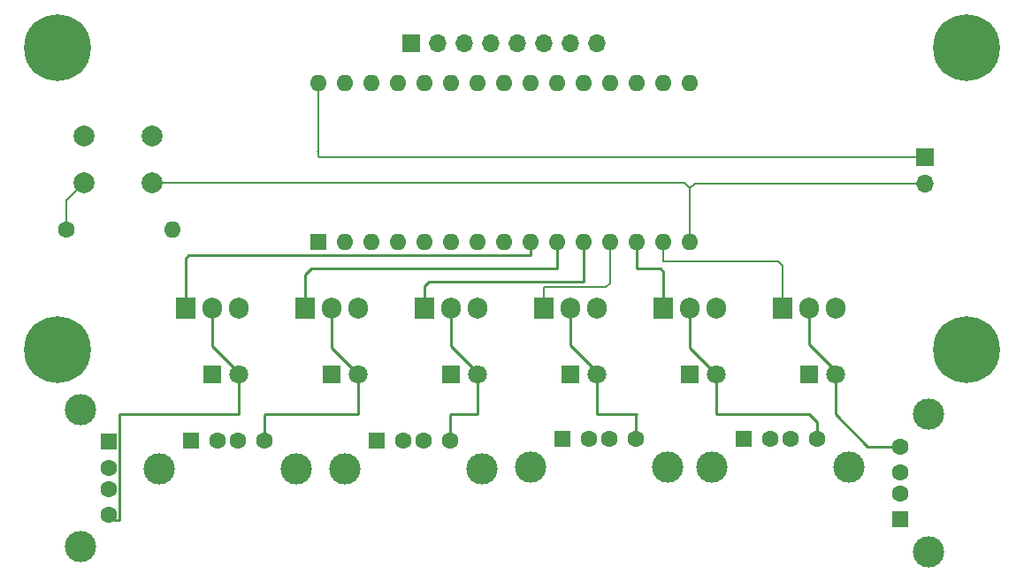
<source format=gbr>
%TF.GenerationSoftware,KiCad,Pcbnew,9.0.0*%
%TF.CreationDate,2025-03-22T13:55:08+10:00*%
%TF.ProjectId,ngmarquee.kicad_pcb_to220_usb_switch_1.01_m3,6e676d61-7271-4756-9565-2e6b69636164,rev?*%
%TF.SameCoordinates,Original*%
%TF.FileFunction,Copper,L1,Top*%
%TF.FilePolarity,Positive*%
%FSLAX46Y46*%
G04 Gerber Fmt 4.6, Leading zero omitted, Abs format (unit mm)*
G04 Created by KiCad (PCBNEW 9.0.0) date 2025-03-22 13:55:08*
%MOMM*%
%LPD*%
G01*
G04 APERTURE LIST*
%TA.AperFunction,ComponentPad*%
%ADD10R,1.600000X1.500000*%
%TD*%
%TA.AperFunction,ComponentPad*%
%ADD11C,1.600000*%
%TD*%
%TA.AperFunction,ComponentPad*%
%ADD12C,3.000000*%
%TD*%
%TA.AperFunction,ComponentPad*%
%ADD13R,1.500000X1.600000*%
%TD*%
%TA.AperFunction,ComponentPad*%
%ADD14C,2.000000*%
%TD*%
%TA.AperFunction,ComponentPad*%
%ADD15O,1.600000X1.600000*%
%TD*%
%TA.AperFunction,ComponentPad*%
%ADD16R,1.800000X1.800000*%
%TD*%
%TA.AperFunction,ComponentPad*%
%ADD17C,1.800000*%
%TD*%
%TA.AperFunction,ComponentPad*%
%ADD18C,6.400000*%
%TD*%
%TA.AperFunction,ComponentPad*%
%ADD19R,1.905000X2.000000*%
%TD*%
%TA.AperFunction,ComponentPad*%
%ADD20O,1.905000X2.000000*%
%TD*%
%TA.AperFunction,ComponentPad*%
%ADD21R,1.600000X1.600000*%
%TD*%
%TA.AperFunction,ComponentPad*%
%ADD22R,1.700000X1.700000*%
%TD*%
%TA.AperFunction,ComponentPad*%
%ADD23O,1.700000X1.700000*%
%TD*%
%TA.AperFunction,Conductor*%
%ADD24C,0.250000*%
%TD*%
%TA.AperFunction,Conductor*%
%ADD25C,0.200000*%
%TD*%
G04 APERTURE END LIST*
D10*
%TO.P,CN4,1*%
%TO.N,N/C*%
X133880000Y-100160000D03*
D11*
%TO.P,CN4,2*%
X136380000Y-100160000D03*
%TO.P,CN4,3*%
X138380000Y-100160000D03*
%TO.P,CN4,4*%
X140880000Y-100160000D03*
D12*
%TO.P,CN4,5*%
X130810000Y-102870000D03*
X143950000Y-102870000D03*
%TD*%
D13*
%TO.P,CN6,1*%
%TO.N,N/C*%
X166200000Y-107860000D03*
D11*
%TO.P,CN6,2*%
X166200000Y-105360000D03*
%TO.P,CN6,3*%
X166200000Y-103360000D03*
%TO.P,CN6,4*%
X166200000Y-100860000D03*
D12*
%TO.P,CN6,5*%
X168910000Y-110930000D03*
X168910000Y-97790000D03*
%TD*%
D14*
%TO.P,REF\u002A\u002A,1*%
%TO.N,N/C*%
X88040000Y-71090000D03*
X94540000Y-71090000D03*
%TO.P,REF\u002A\u002A,2*%
X88040000Y-75590000D03*
X94540000Y-75590000D03*
%TD*%
D11*
%TO.P,R1,1*%
%TO.N,N/C*%
X86380000Y-80090000D03*
D15*
%TO.P,R1,2*%
X96540000Y-80090000D03*
%TD*%
D16*
%TO.P,D1,1*%
%TO.N,N/C*%
X100330000Y-93980000D03*
D17*
%TO.P,D1,2*%
X102870000Y-93980000D03*
%TD*%
D18*
%TO.P,REF\u002A\u002A,1*%
%TO.N,N/C*%
X85540000Y-62590000D03*
%TD*%
D16*
%TO.P,D6,1*%
%TO.N,N/C*%
X157480000Y-93980000D03*
D17*
%TO.P,D6,2*%
X160020000Y-93980000D03*
%TD*%
D16*
%TO.P,D5,1*%
%TO.N,N/C*%
X146050000Y-93980000D03*
D17*
%TO.P,D5,2*%
X148590000Y-93980000D03*
%TD*%
D10*
%TO.P,CN3,1*%
%TO.N,N/C*%
X116100000Y-100330000D03*
D11*
%TO.P,CN3,2*%
X118600000Y-100330000D03*
%TO.P,CN3,3*%
X120600000Y-100330000D03*
%TO.P,CN3,4*%
X123100000Y-100330000D03*
D12*
%TO.P,CN3,5*%
X113030000Y-103040000D03*
X126170000Y-103040000D03*
%TD*%
D19*
%TO.P,Q6,1*%
%TO.N,N/C*%
X154940000Y-87630000D03*
D20*
%TO.P,Q6,2*%
X157480000Y-87630000D03*
%TO.P,Q6,3*%
X160020000Y-87630000D03*
%TD*%
D18*
%TO.P,REF\u002A\u002A,1*%
%TO.N,N/C*%
X172540000Y-91590000D03*
%TD*%
D13*
%TO.P,CN1,1*%
%TO.N,N/C*%
X90450000Y-100420000D03*
D11*
%TO.P,CN1,2*%
X90450000Y-102920000D03*
%TO.P,CN1,3*%
X90450000Y-104920000D03*
%TO.P,CN1,4*%
X90450000Y-107420000D03*
D12*
%TO.P,CN1,5*%
X87740000Y-97350000D03*
X87740000Y-110490000D03*
%TD*%
D19*
%TO.P,Q2,1*%
%TO.N,N/C*%
X109220000Y-87630000D03*
D20*
%TO.P,Q2,2*%
X111760000Y-87630000D03*
%TO.P,Q2,3*%
X114300000Y-87630000D03*
%TD*%
D16*
%TO.P,D4,1*%
%TO.N,N/C*%
X134620000Y-93980000D03*
D17*
%TO.P,D4,2*%
X137160000Y-93980000D03*
%TD*%
D16*
%TO.P,D3,1*%
%TO.N,N/C*%
X123190000Y-93980000D03*
D17*
%TO.P,D3,2*%
X125730000Y-93980000D03*
%TD*%
D19*
%TO.P,Q5,1*%
%TO.N,N/C*%
X143510000Y-87630000D03*
D20*
%TO.P,Q5,2*%
X146050000Y-87630000D03*
%TO.P,Q5,3*%
X148590000Y-87630000D03*
%TD*%
D18*
%TO.P,REF\u002A\u002A,1*%
%TO.N,N/C*%
X172540000Y-62590000D03*
%TD*%
D19*
%TO.P,Q4,1*%
%TO.N,N/C*%
X132080000Y-87630000D03*
D20*
%TO.P,Q4,2*%
X134620000Y-87630000D03*
%TO.P,Q4,3*%
X137160000Y-87630000D03*
%TD*%
D10*
%TO.P,CN2,1*%
%TO.N,N/C*%
X98320000Y-100330000D03*
D11*
%TO.P,CN2,2*%
X100820000Y-100330000D03*
%TO.P,CN2,3*%
X102820000Y-100330000D03*
%TO.P,CN2,4*%
X105320000Y-100330000D03*
D12*
%TO.P,CN2,5*%
X95250000Y-103040000D03*
X108390000Y-103040000D03*
%TD*%
D10*
%TO.P,CN5,1*%
%TO.N,N/C*%
X151220000Y-100160000D03*
D11*
%TO.P,CN5,2*%
X153720000Y-100160000D03*
%TO.P,CN5,3*%
X155720000Y-100160000D03*
%TO.P,CN5,4*%
X158220000Y-100160000D03*
D12*
%TO.P,CN5,5*%
X148150000Y-102870000D03*
X161290000Y-102870000D03*
%TD*%
D19*
%TO.P,Q3,1*%
%TO.N,N/C*%
X120650000Y-87630000D03*
D20*
%TO.P,Q3,2*%
X123190000Y-87630000D03*
%TO.P,Q3,3*%
X125730000Y-87630000D03*
%TD*%
D18*
%TO.P,REF\u002A\u002A,1*%
%TO.N,N/C*%
X85540000Y-91590000D03*
%TD*%
D19*
%TO.P,Q1,1*%
%TO.N,N/C*%
X97790000Y-87630000D03*
D20*
%TO.P,Q1,2*%
X100330000Y-87630000D03*
%TO.P,Q1,3*%
X102870000Y-87630000D03*
%TD*%
D15*
%TO.P,A1,3V3 Out*%
%TO.N,N/C*%
X143510000Y-66040000D03*
%TO.P,A1,5V Out*%
X118110000Y-66040000D03*
%TO.P,A1,A0*%
X138430000Y-66040000D03*
%TO.P,A1,A1*%
X135890000Y-66040000D03*
%TO.P,A1,A2*%
X133350000Y-66040000D03*
%TO.P,A1,A3*%
X130810000Y-66040000D03*
%TO.P,A1,A4*%
X128270000Y-66040000D03*
%TO.P,A1,A5*%
X125730000Y-66040000D03*
%TO.P,A1,A6*%
X123190000Y-66040000D03*
%TO.P,A1,A7*%
X120650000Y-66040000D03*
%TO.P,A1,D2*%
X120650000Y-81280000D03*
%TO.P,A1,D3*%
X123190000Y-81280000D03*
%TO.P,A1,D4*%
X125730000Y-81280000D03*
%TO.P,A1,D5*%
X128270000Y-81280000D03*
%TO.P,A1,D6*%
X130810000Y-81280000D03*
%TO.P,A1,D7*%
X133350000Y-81280000D03*
%TO.P,A1,D8*%
X135890000Y-81280000D03*
%TO.P,A1,D9*%
X138430000Y-81280000D03*
%TO.P,A1,D10*%
X140970000Y-81280000D03*
%TO.P,A1,D11*%
X143510000Y-81280000D03*
%TO.P,A1,D12*%
X146050000Y-81280000D03*
%TO.P,A1,D13*%
X146050000Y-66040000D03*
%TO.P,A1,GND*%
X118110000Y-81280000D03*
X113030000Y-66040000D03*
%TO.P,A1,REF*%
X140970000Y-66040000D03*
%TO.P,A1,RST*%
X115570000Y-81280000D03*
X115570000Y-66040000D03*
%TO.P,A1,RX0*%
X113030000Y-81280000D03*
D21*
%TO.P,A1,TX1*%
X110490000Y-81280000D03*
D15*
%TO.P,A1,Vin*%
X110490000Y-66040000D03*
%TD*%
D22*
%TO.P,REF\u002A\u002A,1*%
%TO.N,N/C*%
X168540000Y-73090000D03*
D23*
%TO.P,REF\u002A\u002A,2*%
X168540000Y-75630000D03*
%TD*%
D22*
%TO.P,J1,1*%
%TO.N,N/C*%
X119380000Y-62230000D03*
D23*
%TO.P,J1,2*%
X121920000Y-62230000D03*
%TO.P,J1,3*%
X124460000Y-62230000D03*
%TO.P,J1,4*%
X127000000Y-62230000D03*
%TO.P,J1,5*%
X129540000Y-62230000D03*
%TO.P,J1,6*%
X132080000Y-62230000D03*
%TO.P,J1,7*%
X134620000Y-62230000D03*
%TO.P,J1,8*%
X137160000Y-62230000D03*
%TD*%
D16*
%TO.P,D2,1*%
%TO.N,N/C*%
X111760000Y-93980000D03*
D17*
%TO.P,D2,2*%
X114300000Y-93980000D03*
%TD*%
D24*
%TO.N,*%
X123190000Y-97790000D02*
X123100000Y-97880000D01*
D25*
X86380000Y-77250000D02*
X86380000Y-80090000D01*
X143540000Y-83090000D02*
X154540000Y-83090000D01*
D24*
X133350000Y-81280000D02*
X133350000Y-83820000D01*
X100330000Y-91220000D02*
X100330000Y-87630000D01*
D25*
X146050000Y-76100000D02*
X146050000Y-81280000D01*
D24*
X111760000Y-91440000D02*
X111760000Y-87630000D01*
D25*
X138430000Y-85200000D02*
X138040000Y-85590000D01*
D24*
X114300000Y-93980000D02*
X114300000Y-97790000D01*
X143510000Y-84120000D02*
X143510000Y-87630000D01*
X102870000Y-93980000D02*
X102870000Y-97790000D01*
X140970000Y-83820000D02*
X143270000Y-83820000D01*
X148590000Y-97790000D02*
X157480000Y-97790000D01*
D25*
X110390000Y-72490000D02*
X110490000Y-72590000D01*
D24*
X123190000Y-91240000D02*
X123190000Y-87630000D01*
X102870000Y-93760000D02*
X100330000Y-91220000D01*
X105320000Y-97880000D02*
X105320000Y-100330000D01*
X97790000Y-82840000D02*
X97790000Y-87630000D01*
X125730000Y-93980000D02*
X125730000Y-93780000D01*
X130810000Y-81280000D02*
X130810000Y-82550000D01*
X135890000Y-85090000D02*
X135890000Y-81280000D01*
D25*
X168540000Y-73090000D02*
X110540000Y-73090000D01*
D24*
X102870000Y-93980000D02*
X102870000Y-93760000D01*
D25*
X138040000Y-85590000D02*
X132040000Y-85590000D01*
D24*
X134620000Y-91170000D02*
X134620000Y-87630000D01*
D25*
X143510000Y-81280000D02*
X143510000Y-83060000D01*
D24*
X98080000Y-82550000D02*
X97790000Y-82840000D01*
D25*
X132040000Y-85590000D02*
X132080000Y-85630000D01*
D24*
X146050000Y-91440000D02*
X146050000Y-87630000D01*
X102870000Y-97790000D02*
X91440000Y-97790000D01*
D25*
X110490000Y-73040000D02*
X110490000Y-72590000D01*
D24*
X120650000Y-85480000D02*
X120650000Y-87630000D01*
X109220000Y-84410000D02*
X109220000Y-87630000D01*
X137160000Y-93980000D02*
X137160000Y-97790000D01*
D25*
X154540000Y-83090000D02*
X154940000Y-83490000D01*
D24*
X109810000Y-83820000D02*
X109220000Y-84410000D01*
X125730000Y-93780000D02*
X123190000Y-91240000D01*
D25*
X146520000Y-75630000D02*
X146050000Y-76100000D01*
D24*
X143270000Y-83820000D02*
X143540000Y-84090000D01*
X140970000Y-97790000D02*
X140880000Y-97880000D01*
D25*
X110540000Y-73090000D02*
X110490000Y-73040000D01*
X88040000Y-75590000D02*
X86380000Y-77250000D01*
D24*
X114300000Y-97790000D02*
X105410000Y-97790000D01*
D25*
X145540000Y-75590000D02*
X146050000Y-76100000D01*
D24*
X137160000Y-97790000D02*
X140970000Y-97790000D01*
X125730000Y-97790000D02*
X123190000Y-97790000D01*
D25*
X132080000Y-85630000D02*
X132080000Y-87630000D01*
X168540000Y-75630000D02*
X146520000Y-75630000D01*
D24*
X160020000Y-93980000D02*
X160020000Y-97790000D01*
X148590000Y-93980000D02*
X148590000Y-97790000D01*
X157480000Y-91030000D02*
X157480000Y-87630000D01*
X105410000Y-97790000D02*
X105320000Y-97880000D01*
X140970000Y-81280000D02*
X140970000Y-83820000D01*
X90980000Y-107950000D02*
X90450000Y-107420000D01*
X135890000Y-85090000D02*
X121040000Y-85090000D01*
X91440000Y-107950000D02*
X90980000Y-107950000D01*
X114300000Y-93980000D02*
X111760000Y-91440000D01*
D25*
X110490000Y-72590000D02*
X110490000Y-66040000D01*
D24*
X143540000Y-84090000D02*
X143510000Y-84120000D01*
X100040000Y-87920000D02*
X100330000Y-87630000D01*
X137160000Y-93980000D02*
X137160000Y-93710000D01*
X160020000Y-97790000D02*
X163090000Y-100860000D01*
X137160000Y-93710000D02*
X134620000Y-91170000D01*
X148590000Y-93980000D02*
X146050000Y-91440000D01*
D25*
X94540000Y-75590000D02*
X145540000Y-75590000D01*
D24*
X140880000Y-97880000D02*
X140880000Y-100160000D01*
X130810000Y-82550000D02*
X98080000Y-82550000D01*
X133350000Y-83820000D02*
X109810000Y-83820000D01*
D25*
X138430000Y-81280000D02*
X138430000Y-85200000D01*
D24*
X160020000Y-93980000D02*
X160020000Y-93570000D01*
X160020000Y-93570000D02*
X157480000Y-91030000D01*
D25*
X143510000Y-83060000D02*
X143540000Y-83090000D01*
D24*
X91440000Y-97790000D02*
X91440000Y-107950000D01*
X125730000Y-93980000D02*
X125730000Y-97790000D01*
X123100000Y-97880000D02*
X123100000Y-100330000D01*
D25*
X154940000Y-83490000D02*
X154940000Y-87630000D01*
D24*
X163090000Y-100860000D02*
X166200000Y-100860000D01*
X121040000Y-85090000D02*
X120650000Y-85480000D01*
X157480000Y-97790000D02*
X158220000Y-98530000D01*
X158220000Y-98530000D02*
X158220000Y-100160000D01*
%TD*%
M02*

</source>
